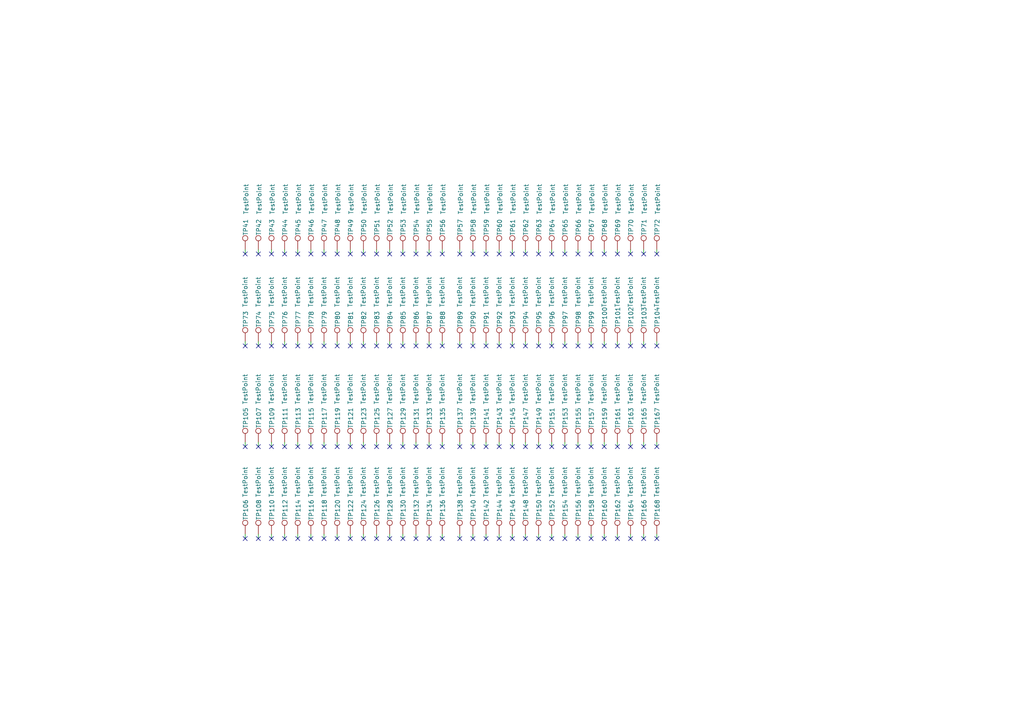
<source format=kicad_sch>
(kicad_sch (version 20250114) (generator "eeschema") (generator_version "9.0")
  (paper "A4")
  (lib_symbols
    (symbol "Connector:TestPoint" (pin_numbers (hide yes)) (pin_names (offset 0.762) (hide yes))
      (property "Reference" "TP" (at 0 6.858 0))
      (property "Value" "TestPoint" (at 0 5.08 0))
      (symbol "TestPoint_0_1"
        (circle (center 0 3.302) (radius 0.762))
      )
      (symbol "TestPoint_1_1"
        (pin passive line (at 0 0 90) (length 2.54) (name "1") (number "1"))
      )
    )
  )
  (no_connect (at 182.88 73.66))
  (no_connect (at 156.21 73.66))
  (no_connect (at 113.03 73.66))
  (no_connect (at 109.22 156.21))
  (no_connect (at 74.93 100.33))
  (no_connect (at 82.55 73.66))
  (no_connect (at 97.79 156.21))
  (no_connect (at 74.93 73.66))
  (no_connect (at 101.6 156.21))
  (no_connect (at 160.02 156.21))
  (no_connect (at 144.78 129.54))
  (no_connect (at 182.88 129.54))
  (no_connect (at 171.45 156.21))
  (no_connect (at 152.4 156.21))
  (no_connect (at 179.07 156.21))
  (no_connect (at 186.69 73.66))
  (no_connect (at 179.07 73.66))
  (no_connect (at 182.88 156.21))
  (no_connect (at 128.27 129.54))
  (no_connect (at 128.27 156.21))
  (no_connect (at 160.02 129.54))
  (no_connect (at 163.83 129.54))
  (no_connect (at 116.84 156.21))
  (no_connect (at 140.97 73.66))
  (no_connect (at 116.84 100.33))
  (no_connect (at 101.6 100.33))
  (no_connect (at 152.4 129.54))
  (no_connect (at 116.84 73.66))
  (no_connect (at 133.35 73.66))
  (no_connect (at 109.22 129.54))
  (no_connect (at 78.74 156.21))
  (no_connect (at 156.21 100.33))
  (no_connect (at 163.83 100.33))
  (no_connect (at 133.35 156.21))
  (no_connect (at 86.36 100.33))
  (no_connect (at 128.27 73.66))
  (no_connect (at 109.22 100.33))
  (no_connect (at 190.5 129.54))
  (no_connect (at 190.5 100.33))
  (no_connect (at 167.64 156.21))
  (no_connect (at 71.12 100.33))
  (no_connect (at 152.4 73.66))
  (no_connect (at 113.03 156.21))
  (no_connect (at 113.03 129.54))
  (no_connect (at 124.46 73.66))
  (no_connect (at 97.79 73.66))
  (no_connect (at 90.17 129.54))
  (no_connect (at 82.55 156.21))
  (no_connect (at 82.55 129.54))
  (no_connect (at 93.98 100.33))
  (no_connect (at 93.98 129.54))
  (no_connect (at 137.16 100.33))
  (no_connect (at 171.45 100.33))
  (no_connect (at 160.02 100.33))
  (no_connect (at 120.65 73.66))
  (no_connect (at 124.46 129.54))
  (no_connect (at 120.65 156.21))
  (no_connect (at 93.98 156.21))
  (no_connect (at 167.64 100.33))
  (no_connect (at 182.88 100.33))
  (no_connect (at 90.17 156.21))
  (no_connect (at 109.22 73.66))
  (no_connect (at 190.5 73.66))
  (no_connect (at 160.02 73.66))
  (no_connect (at 175.26 73.66))
  (no_connect (at 78.74 129.54))
  (no_connect (at 137.16 129.54))
  (no_connect (at 140.97 129.54))
  (no_connect (at 179.07 100.33))
  (no_connect (at 144.78 156.21))
  (no_connect (at 186.69 129.54))
  (no_connect (at 171.45 129.54))
  (no_connect (at 116.84 129.54))
  (no_connect (at 86.36 129.54))
  (no_connect (at 144.78 73.66))
  (no_connect (at 148.59 73.66))
  (no_connect (at 140.97 156.21))
  (no_connect (at 124.46 100.33))
  (no_connect (at 140.97 100.33))
  (no_connect (at 156.21 129.54))
  (no_connect (at 105.41 129.54))
  (no_connect (at 90.17 100.33))
  (no_connect (at 74.93 129.54))
  (no_connect (at 120.65 129.54))
  (no_connect (at 71.12 73.66))
  (no_connect (at 124.46 156.21))
  (no_connect (at 190.5 156.21))
  (no_connect (at 137.16 73.66))
  (no_connect (at 179.07 129.54))
  (no_connect (at 78.74 100.33))
  (no_connect (at 120.65 100.33))
  (no_connect (at 133.35 100.33))
  (no_connect (at 113.03 100.33))
  (no_connect (at 90.17 73.66))
  (no_connect (at 137.16 156.21))
  (no_connect (at 105.41 100.33))
  (no_connect (at 101.6 129.54))
  (no_connect (at 105.41 73.66))
  (no_connect (at 86.36 156.21))
  (no_connect (at 175.26 156.21))
  (no_connect (at 175.26 100.33))
  (no_connect (at 128.27 100.33))
  (no_connect (at 97.79 129.54))
  (no_connect (at 152.4 100.33))
  (no_connect (at 148.59 100.33))
  (no_connect (at 148.59 129.54))
  (no_connect (at 82.55 100.33))
  (no_connect (at 78.74 73.66))
  (no_connect (at 175.26 129.54))
  (no_connect (at 71.12 156.21))
  (no_connect (at 167.64 73.66))
  (no_connect (at 186.69 100.33))
  (no_connect (at 74.93 156.21))
  (no_connect (at 171.45 73.66))
  (no_connect (at 105.41 156.21))
  (no_connect (at 144.78 100.33))
  (no_connect (at 133.35 129.54))
  (no_connect (at 163.83 73.66))
  (no_connect (at 93.98 73.66))
  (no_connect (at 71.12 129.54))
  (no_connect (at 186.69 156.21))
  (no_connect (at 86.36 73.66))
  (no_connect (at 101.6 73.66))
  (no_connect (at 97.79 100.33))
  (no_connect (at 167.64 129.54))
  (no_connect (at 163.83 156.21))
  (no_connect (at 156.21 156.21))
  (no_connect (at 148.59 156.21))
  (wire (pts (xy 71.12 99.06) (xy 71.12 100.33)))
  (wire (pts (xy 116.84 128.27) (xy 116.84 129.54)))
  (wire (pts (xy 160.02 72.39) (xy 160.02 73.66)))
  (wire (pts (xy 101.6 154.94) (xy 101.6 156.21)))
  (wire (pts (xy 105.41 154.94) (xy 105.41 156.21)))
  (wire (pts (xy 113.03 128.27) (xy 113.03 129.54)))
  (wire (pts (xy 182.88 72.39) (xy 182.88 73.66)))
  (wire (pts (xy 71.12 154.94) (xy 71.12 156.21)))
  (wire (pts (xy 97.79 99.06) (xy 97.79 100.33)))
  (wire (pts (xy 74.93 128.27) (xy 74.93 129.54)))
  (wire (pts (xy 140.97 72.39) (xy 140.97 73.66)))
  (wire (pts (xy 120.65 154.94) (xy 120.65 156.21)))
  (wire (pts (xy 86.36 99.06) (xy 86.36 100.33)))
  (wire (pts (xy 116.84 99.06) (xy 116.84 100.33)))
  (wire (pts (xy 128.27 72.39) (xy 128.27 73.66)))
  (wire (pts (xy 179.07 154.94) (xy 179.07 156.21)))
  (wire (pts (xy 78.74 154.94) (xy 78.74 156.21)))
  (wire (pts (xy 160.02 128.27) (xy 160.02 129.54)))
  (wire (pts (xy 186.69 72.39) (xy 186.69 73.66)))
  (wire (pts (xy 90.17 72.39) (xy 90.17 73.66)))
  (wire (pts (xy 78.74 128.27) (xy 78.74 129.54)))
  (wire (pts (xy 90.17 128.27) (xy 90.17 129.54)))
  (wire (pts (xy 190.5 128.27) (xy 190.5 129.54)))
  (wire (pts (xy 128.27 128.27) (xy 128.27 129.54)))
  (wire (pts (xy 190.5 72.39) (xy 190.5 73.66)))
  (wire (pts (xy 82.55 99.06) (xy 82.55 100.33)))
  (wire (pts (xy 137.16 99.06) (xy 137.16 100.33)))
  (wire (pts (xy 124.46 72.39) (xy 124.46 73.66)))
  (wire (pts (xy 109.22 72.39) (xy 109.22 73.66)))
  (wire (pts (xy 163.83 128.27) (xy 163.83 129.54)))
  (wire (pts (xy 113.03 154.94) (xy 113.03 156.21)))
  (wire (pts (xy 186.69 154.94) (xy 186.69 156.21)))
  (wire (pts (xy 137.16 128.27) (xy 137.16 129.54)))
  (wire (pts (xy 148.59 72.39) (xy 148.59 73.66)))
  (wire (pts (xy 74.93 154.94) (xy 74.93 156.21)))
  (wire (pts (xy 140.97 128.27) (xy 140.97 129.54)))
  (wire (pts (xy 175.26 154.94) (xy 175.26 156.21)))
  (wire (pts (xy 71.12 72.39) (xy 71.12 73.66)))
  (wire (pts (xy 182.88 128.27) (xy 182.88 129.54)))
  (wire (pts (xy 86.36 72.39) (xy 86.36 73.66)))
  (wire (pts (xy 128.27 154.94) (xy 128.27 156.21)))
  (wire (pts (xy 140.97 99.06) (xy 140.97 100.33)))
  (wire (pts (xy 78.74 72.39) (xy 78.74 73.66)))
  (wire (pts (xy 101.6 72.39) (xy 101.6 73.66)))
  (wire (pts (xy 105.41 128.27) (xy 105.41 129.54)))
  (wire (pts (xy 109.22 99.06) (xy 109.22 100.33)))
  (wire (pts (xy 186.69 99.06) (xy 186.69 100.33)))
  (wire (pts (xy 163.83 72.39) (xy 163.83 73.66)))
  (wire (pts (xy 133.35 99.06) (xy 133.35 100.33)))
  (wire (pts (xy 120.65 72.39) (xy 120.65 73.66)))
  (wire (pts (xy 116.84 154.94) (xy 116.84 156.21)))
  (wire (pts (xy 163.83 99.06) (xy 163.83 100.33)))
  (wire (pts (xy 120.65 128.27) (xy 120.65 129.54)))
  (wire (pts (xy 175.26 99.06) (xy 175.26 100.33)))
  (wire (pts (xy 133.35 128.27) (xy 133.35 129.54)))
  (wire (pts (xy 86.36 154.94) (xy 86.36 156.21)))
  (wire (pts (xy 144.78 128.27) (xy 144.78 129.54)))
  (wire (pts (xy 167.64 72.39) (xy 167.64 73.66)))
  (wire (pts (xy 133.35 72.39) (xy 133.35 73.66)))
  (wire (pts (xy 186.69 128.27) (xy 186.69 129.54)))
  (wire (pts (xy 137.16 154.94) (xy 137.16 156.21)))
  (wire (pts (xy 175.26 128.27) (xy 175.26 129.54)))
  (wire (pts (xy 148.59 99.06) (xy 148.59 100.33)))
  (wire (pts (xy 190.5 99.06) (xy 190.5 100.33)))
  (wire (pts (xy 124.46 99.06) (xy 124.46 100.33)))
  (wire (pts (xy 93.98 72.39) (xy 93.98 73.66)))
  (wire (pts (xy 167.64 128.27) (xy 167.64 129.54)))
  (wire (pts (xy 93.98 128.27) (xy 93.98 129.54)))
  (wire (pts (xy 97.79 154.94) (xy 97.79 156.21)))
  (wire (pts (xy 124.46 154.94) (xy 124.46 156.21)))
  (wire (pts (xy 101.6 128.27) (xy 101.6 129.54)))
  (wire (pts (xy 167.64 99.06) (xy 167.64 100.33)))
  (wire (pts (xy 144.78 99.06) (xy 144.78 100.33)))
  (wire (pts (xy 133.35 154.94) (xy 133.35 156.21)))
  (wire (pts (xy 116.84 72.39) (xy 116.84 73.66)))
  (wire (pts (xy 156.21 128.27) (xy 156.21 129.54)))
  (wire (pts (xy 171.45 154.94) (xy 171.45 156.21)))
  (wire (pts (xy 152.4 99.06) (xy 152.4 100.33)))
  (wire (pts (xy 152.4 154.94) (xy 152.4 156.21)))
  (wire (pts (xy 144.78 154.94) (xy 144.78 156.21)))
  (wire (pts (xy 90.17 154.94) (xy 90.17 156.21)))
  (wire (pts (xy 93.98 99.06) (xy 93.98 100.33)))
  (wire (pts (xy 148.59 128.27) (xy 148.59 129.54)))
  (wire (pts (xy 93.98 154.94) (xy 93.98 156.21)))
  (wire (pts (xy 113.03 72.39) (xy 113.03 73.66)))
  (wire (pts (xy 105.41 99.06) (xy 105.41 100.33)))
  (wire (pts (xy 137.16 72.39) (xy 137.16 73.66)))
  (wire (pts (xy 86.36 128.27) (xy 86.36 129.54)))
  (wire (pts (xy 160.02 99.06) (xy 160.02 100.33)))
  (wire (pts (xy 167.64 154.94) (xy 167.64 156.21)))
  (wire (pts (xy 82.55 154.94) (xy 82.55 156.21)))
  (wire (pts (xy 128.27 99.06) (xy 128.27 100.33)))
  (wire (pts (xy 171.45 128.27) (xy 171.45 129.54)))
  (wire (pts (xy 140.97 154.94) (xy 140.97 156.21)))
  (wire (pts (xy 120.65 99.06) (xy 120.65 100.33)))
  (wire (pts (xy 171.45 72.39) (xy 171.45 73.66)))
  (wire (pts (xy 156.21 154.94) (xy 156.21 156.21)))
  (wire (pts (xy 144.78 72.39) (xy 144.78 73.66)))
  (wire (pts (xy 97.79 128.27) (xy 97.79 129.54)))
  (wire (pts (xy 101.6 99.06) (xy 101.6 100.33)))
  (wire (pts (xy 160.02 154.94) (xy 160.02 156.21)))
  (wire (pts (xy 152.4 128.27) (xy 152.4 129.54)))
  (wire (pts (xy 124.46 128.27) (xy 124.46 129.54)))
  (wire (pts (xy 156.21 99.06) (xy 156.21 100.33)))
  (wire (pts (xy 113.03 99.06) (xy 113.03 100.33)))
  (wire (pts (xy 82.55 72.39) (xy 82.55 73.66)))
  (wire (pts (xy 175.26 72.39) (xy 175.26 73.66)))
  (wire (pts (xy 179.07 72.39) (xy 179.07 73.66)))
  (wire (pts (xy 148.59 154.94) (xy 148.59 156.21)))
  (wire (pts (xy 182.88 154.94) (xy 182.88 156.21)))
  (wire (pts (xy 156.21 72.39) (xy 156.21 73.66)))
  (wire (pts (xy 190.5 154.94) (xy 190.5 156.21)))
  (wire (pts (xy 71.12 128.27) (xy 71.12 129.54)))
  (wire (pts (xy 97.79 72.39) (xy 97.79 73.66)))
  (wire (pts (xy 74.93 99.06) (xy 74.93 100.33)))
  (wire (pts (xy 182.88 99.06) (xy 182.88 100.33)))
  (wire (pts (xy 179.07 128.27) (xy 179.07 129.54)))
  (wire (pts (xy 163.83 154.94) (xy 163.83 156.21)))
  (wire (pts (xy 171.45 99.06) (xy 171.45 100.33)))
  (wire (pts (xy 105.41 72.39) (xy 105.41 73.66)))
  (wire (pts (xy 78.74 99.06) (xy 78.74 100.33)))
  (wire (pts (xy 109.22 154.94) (xy 109.22 156.21)))
  (wire (pts (xy 152.4 72.39) (xy 152.4 73.66)))
  (wire (pts (xy 90.17 99.06) (xy 90.17 100.33)))
  (wire (pts (xy 82.55 128.27) (xy 82.55 129.54)))
  (wire (pts (xy 74.93 72.39) (xy 74.93 73.66)))
  (wire (pts (xy 109.22 128.27) (xy 109.22 129.54)))
  (wire (pts (xy 179.07 99.06) (xy 179.07 100.33)))
  (symbol (lib_id "Connector:TestPoint") (at 120.65 99.06 0) (unit 1)
    (property "Reference" "TP86" (at 120.7771 95.04 90) (effects (justify left)))
    (property "Value" "TestPoint" (at 120.65 89.154 90) (effects (justify left)))
    (property "Footprint" "TestPoint:TestPoint_Pad_1.0x1.0mm" (effects (hide yes)))
  )
  (symbol (lib_id "Connector:TestPoint") (at 144.78 128.27 0) (unit 1)
    (property "Reference" "TP143" (at 144.9071 124.25 90) (effects (justify left)))
    (property "Value" "TestPoint" (at 144.78 117.348 90) (effects (justify left)))
    (property "Footprint" "TestPoint:TestPoint_Pad_1.0x1.0mm" (effects (hide yes)))
  )
  (symbol (lib_id "Connector:TestPoint") (at 74.93 128.27 0) (unit 1)
    (property "Reference" "TP107" (at 75.0571 124.25 90) (effects (justify left)))
    (property "Value" "TestPoint" (at 74.93 117.348 90) (effects (justify left)))
    (property "Footprint" "TestPoint:TestPoint_Pad_1.0x1.0mm" (effects (hide yes)))
  )
  (symbol (lib_id "Connector:TestPoint") (at 82.55 72.39 0) (unit 1)
    (property "Reference" "TP44" (at 82.6771 68.37 90) (effects (justify left)))
    (property "Value" "TestPoint" (at 82.804 62.23 90) (effects (justify left)))
    (property "Footprint" "TestPoint:TestPoint_Pad_1.0x1.0mm" (effects (hide yes)))
  )
  (symbol (lib_id "Connector:TestPoint") (at 179.07 128.27 0) (unit 1)
    (property "Reference" "TP161" (at 179.1971 124.25 90) (effects (justify left)))
    (property "Value" "TestPoint" (at 179.07 117.348 90) (effects (justify left)))
    (property "Footprint" "TestPoint:TestPoint_Pad_1.0x1.0mm" (effects (hide yes)))
  )
  (symbol (lib_id "Connector:TestPoint") (at 182.88 128.27 0) (unit 1)
    (property "Reference" "TP163" (at 183.0071 124.25 90) (effects (justify left)))
    (property "Value" "TestPoint" (at 182.88 117.348 90) (effects (justify left)))
    (property "Footprint" "TestPoint:TestPoint_Pad_1.0x1.0mm" (effects (hide yes)))
  )
  (symbol (lib_id "Connector:TestPoint") (at 116.84 154.94 0) (unit 1)
    (property "Reference" "TP130" (at 116.9671 150.92 90) (effects (justify left)))
    (property "Value" "TestPoint" (at 116.84 144.272 90) (effects (justify left)))
    (property "Footprint" "TestPoint:TestPoint_Pad_1.0x1.0mm" (effects (hide yes)))
  )
  (symbol (lib_id "Connector:TestPoint") (at 160.02 128.27 0) (unit 1)
    (property "Reference" "TP151" (at 160.1471 124.25 90) (effects (justify left)))
    (property "Value" "TestPoint" (at 160.02 117.348 90) (effects (justify left)))
    (property "Footprint" "TestPoint:TestPoint_Pad_1.0x1.0mm" (effects (hide yes)))
  )
  (symbol (lib_id "Connector:TestPoint") (at 78.74 154.94 0) (unit 1)
    (property "Reference" "TP110" (at 78.8671 150.92 90) (effects (justify left)))
    (property "Value" "TestPoint" (at 78.74 144.272 90) (effects (justify left)))
    (property "Footprint" "TestPoint:TestPoint_Pad_1.0x1.0mm" (effects (hide yes)))
  )
  (symbol (lib_id "Connector:TestPoint") (at 124.46 99.06 0) (unit 1)
    (property "Reference" "TP87" (at 124.5871 95.04 90) (effects (justify left)))
    (property "Value" "TestPoint" (at 124.46 89.154 90) (effects (justify left)))
    (property "Footprint" "TestPoint:TestPoint_Pad_1.0x1.0mm" (effects (hide yes)))
  )
  (symbol (lib_id "Connector:TestPoint") (at 182.88 154.94 0) (unit 1)
    (property "Reference" "TP164" (at 183.0071 150.92 90) (effects (justify left)))
    (property "Value" "TestPoint" (at 182.88 144.272 90) (effects (justify left)))
    (property "Footprint" "TestPoint:TestPoint_Pad_1.0x1.0mm" (effects (hide yes)))
  )
  (symbol (lib_id "Connector:TestPoint") (at 82.55 99.06 0) (unit 1)
    (property "Reference" "TP76" (at 82.6771 95.04 90) (effects (justify left)))
    (property "Value" "TestPoint" (at 82.55 89.154 90) (effects (justify left)))
    (property "Footprint" "TestPoint:TestPoint_Pad_1.0x1.0mm" (effects (hide yes)))
  )
  (symbol (lib_id "Connector:TestPoint") (at 171.45 128.27 0) (unit 1)
    (property "Reference" "TP157" (at 171.5771 124.25 90) (effects (justify left)))
    (property "Value" "TestPoint" (at 171.45 117.348 90) (effects (justify left)))
    (property "Footprint" "TestPoint:TestPoint_Pad_1.0x1.0mm" (effects (hide yes)))
  )
  (symbol (lib_id "Connector:TestPoint") (at 175.26 99.06 0) (unit 1)
    (property "Reference" "TP100" (at 175.3871 95.04 90) (effects (justify left)))
    (property "Value" "TestPoint" (at 175.26 89.154 90) (effects (justify left)))
    (property "Footprint" "TestPoint:TestPoint_Pad_1.0x1.0mm" (effects (hide yes)))
  )
  (symbol (lib_id "Connector:TestPoint") (at 144.78 99.06 0) (unit 1)
    (property "Reference" "TP92" (at 144.9071 95.04 90) (effects (justify left)))
    (property "Value" "TestPoint" (at 144.78 89.154 90) (effects (justify left)))
    (property "Footprint" "TestPoint:TestPoint_Pad_1.0x1.0mm" (effects (hide yes)))
  )
  (symbol (lib_id "Connector:TestPoint") (at 90.17 99.06 0) (unit 1)
    (property "Reference" "TP78" (at 90.2971 95.04 90) (effects (justify left)))
    (property "Value" "TestPoint" (at 90.17 89.154 90) (effects (justify left)))
    (property "Footprint" "TestPoint:TestPoint_Pad_1.0x1.0mm" (effects (hide yes)))
  )
  (symbol (lib_id "Connector:TestPoint") (at 152.4 128.27 0) (unit 1)
    (property "Reference" "TP147" (at 152.5271 124.25 90) (effects (justify left)))
    (property "Value" "TestPoint" (at 152.4 117.348 90) (effects (justify left)))
    (property "Footprint" "TestPoint:TestPoint_Pad_1.0x1.0mm" (effects (hide yes)))
  )
  (symbol (lib_id "Connector:TestPoint") (at 128.27 154.94 0) (unit 1)
    (property "Reference" "TP136" (at 128.3971 150.92 90) (effects (justify left)))
    (property "Value" "TestPoint" (at 128.27 144.272 90) (effects (justify left)))
    (property "Footprint" "TestPoint:TestPoint_Pad_1.0x1.0mm" (effects (hide yes)))
  )
  (symbol (lib_id "Connector:TestPoint") (at 128.27 72.39 0) (unit 1)
    (property "Reference" "TP56" (at 128.3971 68.37 90) (effects (justify left)))
    (property "Value" "TestPoint" (at 128.524 62.23 90) (effects (justify left)))
    (property "Footprint" "TestPoint:TestPoint_Pad_1.0x1.0mm" (effects (hide yes)))
  )
  (symbol (lib_id "Connector:TestPoint") (at 152.4 154.94 0) (unit 1)
    (property "Reference" "TP148" (at 152.5271 150.92 90) (effects (justify left)))
    (property "Value" "TestPoint" (at 152.4 144.272 90) (effects (justify left)))
    (property "Footprint" "TestPoint:TestPoint_Pad_1.0x1.0mm" (effects (hide yes)))
  )
  (symbol (lib_id "Connector:TestPoint") (at 133.35 99.06 0) (unit 1)
    (property "Reference" "TP89" (at 133.4771 95.04 90) (effects (justify left)))
    (property "Value" "TestPoint" (at 133.35 89.154 90) (effects (justify left)))
    (property "Footprint" "TestPoint:TestPoint_Pad_1.0x1.0mm" (effects (hide yes)))
  )
  (symbol (lib_id "Connector:TestPoint") (at 105.41 72.39 0) (unit 1)
    (property "Reference" "TP50" (at 105.5371 68.37 90) (effects (justify left)))
    (property "Value" "TestPoint" (at 105.664 62.23 90) (effects (justify left)))
    (property "Footprint" "TestPoint:TestPoint_Pad_1.0x1.0mm" (effects (hide yes)))
  )
  (symbol (lib_id "Connector:TestPoint") (at 140.97 99.06 0) (unit 1)
    (property "Reference" "TP91" (at 141.0971 95.04 90) (effects (justify left)))
    (property "Value" "TestPoint" (at 140.97 89.154 90) (effects (justify left)))
    (property "Footprint" "TestPoint:TestPoint_Pad_1.0x1.0mm" (effects (hide yes)))
  )
  (symbol (lib_id "Connector:TestPoint") (at 190.5 154.94 0) (unit 1)
    (property "Reference" "TP168" (at 190.6271 150.92 90) (effects (justify left)))
    (property "Value" "TestPoint" (at 190.5 144.272 90) (effects (justify left)))
    (property "Footprint" "TestPoint:TestPoint_Pad_1.0x1.0mm" (effects (hide yes)))
  )
  (symbol (lib_id "Connector:TestPoint") (at 137.16 128.27 0) (unit 1)
    (property "Reference" "TP139" (at 137.2871 124.25 90) (effects (justify left)))
    (property "Value" "TestPoint" (at 137.16 117.348 90) (effects (justify left)))
    (property "Footprint" "TestPoint:TestPoint_Pad_1.0x1.0mm" (effects (hide yes)))
  )
  (symbol (lib_id "Connector:TestPoint") (at 109.22 128.27 0) (unit 1)
    (property "Reference" "TP125" (at 109.3471 124.25 90) (effects (justify left)))
    (property "Value" "TestPoint" (at 109.22 117.348 90) (effects (justify left)))
    (property "Footprint" "TestPoint:TestPoint_Pad_1.0x1.0mm" (effects (hide yes)))
  )
  (symbol (lib_id "Connector:TestPoint") (at 120.65 154.94 0) (unit 1)
    (property "Reference" "TP132" (at 120.7771 150.92 90) (effects (justify left)))
    (property "Value" "TestPoint" (at 120.65 144.272 90) (effects (justify left)))
    (property "Footprint" "TestPoint:TestPoint_Pad_1.0x1.0mm" (effects (hide yes)))
  )
  (symbol (lib_id "Connector:TestPoint") (at 190.5 72.39 0) (unit 1)
    (property "Reference" "TP72" (at 190.6271 68.37 90) (effects (justify left)))
    (property "Value" "TestPoint" (at 190.754 62.23 90) (effects (justify left)))
    (property "Footprint" "TestPoint:TestPoint_Pad_1.0x1.0mm" (effects (hide yes)))
  )
  (symbol (lib_id "Connector:TestPoint") (at 86.36 72.39 0) (unit 1)
    (property "Reference" "TP45" (at 86.4871 68.37 90) (effects (justify left)))
    (property "Value" "TestPoint" (at 86.614 62.23 90) (effects (justify left)))
    (property "Footprint" "TestPoint:TestPoint_Pad_1.0x1.0mm" (effects (hide yes)))
  )
  (symbol (lib_id "Connector:TestPoint") (at 113.03 99.06 0) (unit 1)
    (property "Reference" "TP84" (at 113.1571 95.04 90) (effects (justify left)))
    (property "Value" "TestPoint" (at 113.03 89.154 90) (effects (justify left)))
    (property "Footprint" "TestPoint:TestPoint_Pad_1.0x1.0mm" (effects (hide yes)))
  )
  (symbol (lib_id "Connector:TestPoint") (at 101.6 99.06 0) (unit 1)
    (property "Reference" "TP81" (at 101.7271 95.04 90) (effects (justify left)))
    (property "Value" "TestPoint" (at 101.6 89.154 90) (effects (justify left)))
    (property "Footprint" "TestPoint:TestPoint_Pad_1.0x1.0mm" (effects (hide yes)))
  )
  (symbol (lib_id "Connector:TestPoint") (at 120.65 128.27 0) (unit 1)
    (property "Reference" "TP131" (at 120.7771 124.25 90) (effects (justify left)))
    (property "Value" "TestPoint" (at 120.65 117.348 90) (effects (justify left)))
    (property "Footprint" "TestPoint:TestPoint_Pad_1.0x1.0mm" (effects (hide yes)))
  )
  (symbol (lib_id "Connector:TestPoint") (at 116.84 72.39 0) (unit 1)
    (property "Reference" "TP53" (at 116.9671 68.37 90) (effects (justify left)))
    (property "Value" "TestPoint" (at 117.094 62.23 90) (effects (justify left)))
    (property "Footprint" "TestPoint:TestPoint_Pad_1.0x1.0mm" (effects (hide yes)))
  )
  (symbol (lib_id "Connector:TestPoint") (at 148.59 154.94 0) (unit 1)
    (property "Reference" "TP146" (at 148.7171 150.92 90) (effects (justify left)))
    (property "Value" "TestPoint" (at 148.59 144.272 90) (effects (justify left)))
    (property "Footprint" "TestPoint:TestPoint_Pad_1.0x1.0mm" (effects (hide yes)))
  )
  (symbol (lib_id "Connector:TestPoint") (at 109.22 99.06 0) (unit 1)
    (property "Reference" "TP83" (at 109.3471 95.04 90) (effects (justify left)))
    (property "Value" "TestPoint" (at 109.22 89.154 90) (effects (justify left)))
    (property "Footprint" "TestPoint:TestPoint_Pad_1.0x1.0mm" (effects (hide yes)))
  )
  (symbol (lib_id "Connector:TestPoint") (at 163.83 154.94 0) (unit 1)
    (property "Reference" "TP154" (at 163.9571 150.92 90) (effects (justify left)))
    (property "Value" "TestPoint" (at 163.83 144.272 90) (effects (justify left)))
    (property "Footprint" "TestPoint:TestPoint_Pad_1.0x1.0mm" (effects (hide yes)))
  )
  (symbol (lib_id "Connector:TestPoint") (at 101.6 154.94 0) (unit 1)
    (property "Reference" "TP122" (at 101.7271 150.92 90) (effects (justify left)))
    (property "Value" "TestPoint" (at 101.6 144.272 90) (effects (justify left)))
    (property "Footprint" "TestPoint:TestPoint_Pad_1.0x1.0mm" (effects (hide yes)))
  )
  (symbol (lib_id "Connector:TestPoint") (at 71.12 72.39 0) (unit 1)
    (property "Reference" "TP41" (at 71.2471 68.37 90) (effects (justify left)))
    (property "Value" "TestPoint" (at 71.374 62.23 90) (effects (justify left)))
    (property "Footprint" "TestPoint:TestPoint_Pad_1.0x1.0mm" (effects (hide yes)))
  )
  (symbol (lib_id "Connector:TestPoint") (at 171.45 99.06 0) (unit 1)
    (property "Reference" "TP99" (at 171.5771 95.04 90) (effects (justify left)))
    (property "Value" "TestPoint" (at 171.45 89.154 90) (effects (justify left)))
    (property "Footprint" "TestPoint:TestPoint_Pad_1.0x1.0mm" (effects (hide yes)))
  )
  (symbol (lib_id "Connector:TestPoint") (at 144.78 154.94 0) (unit 1)
    (property "Reference" "TP144" (at 144.9071 150.92 90) (effects (justify left)))
    (property "Value" "TestPoint" (at 144.78 144.272 90) (effects (justify left)))
    (property "Footprint" "TestPoint:TestPoint_Pad_1.0x1.0mm" (effects (hide yes)))
  )
  (symbol (lib_id "Connector:TestPoint") (at 97.79 99.06 0) (unit 1)
    (property "Reference" "TP80" (at 97.9171 95.04 90) (effects (justify left)))
    (property "Value" "TestPoint" (at 97.79 89.154 90) (effects (justify left)))
    (property "Footprint" "TestPoint:TestPoint_Pad_1.0x1.0mm" (effects (hide yes)))
  )
  (symbol (lib_id "Connector:TestPoint") (at 156.21 72.39 0) (unit 1)
    (property "Reference" "TP63" (at 156.3371 68.37 90) (effects (justify left)))
    (property "Value" "TestPoint" (at 156.464 62.23 90) (effects (justify left)))
    (property "Footprint" "TestPoint:TestPoint_Pad_1.0x1.0mm" (effects (hide yes)))
  )
  (symbol (lib_id "Connector:TestPoint") (at 105.41 154.94 0) (unit 1)
    (property "Reference" "TP124" (at 105.5371 150.92 90) (effects (justify left)))
    (property "Value" "TestPoint" (at 105.41 144.272 90) (effects (justify left)))
    (property "Footprint" "TestPoint:TestPoint_Pad_1.0x1.0mm" (effects (hide yes)))
  )
  (symbol (lib_id "Connector:TestPoint") (at 175.26 154.94 0) (unit 1)
    (property "Reference" "TP160" (at 175.3871 150.92 90) (effects (justify left)))
    (property "Value" "TestPoint" (at 175.26 144.272 90) (effects (justify left)))
    (property "Footprint" "TestPoint:TestPoint_Pad_1.0x1.0mm" (effects (hide yes)))
  )
  (symbol (lib_id "Connector:TestPoint") (at 101.6 72.39 0) (unit 1)
    (property "Reference" "TP49" (at 101.7271 68.37 90) (effects (justify left)))
    (property "Value" "TestPoint" (at 101.854 62.23 90) (effects (justify left)))
    (property "Footprint" "TestPoint:TestPoint_Pad_1.0x1.0mm" (effects (hide yes)))
  )
  (symbol (lib_id "Connector:TestPoint") (at 90.17 72.39 0) (unit 1)
    (property "Reference" "TP46" (at 90.2971 68.37 90) (effects (justify left)))
    (property "Value" "TestPoint" (at 90.424 62.23 90) (effects (justify left)))
    (property "Footprint" "TestPoint:TestPoint_Pad_1.0x1.0mm" (effects (hide yes)))
  )
  (symbol (lib_id "Connector:TestPoint") (at 171.45 72.39 0) (unit 1)
    (property "Reference" "TP67" (at 171.5771 68.37 90) (effects (justify left)))
    (property "Value" "TestPoint" (at 171.704 62.23 90) (effects (justify left)))
    (property "Footprint" "TestPoint:TestPoint_Pad_1.0x1.0mm" (effects (hide yes)))
  )
  (symbol (lib_id "Connector:TestPoint") (at 128.27 99.06 0) (unit 1)
    (property "Reference" "TP88" (at 128.3971 95.04 90) (effects (justify left)))
    (property "Value" "TestPoint" (at 128.27 89.154 90) (effects (justify left)))
    (property "Footprint" "TestPoint:TestPoint_Pad_1.0x1.0mm" (effects (hide yes)))
  )
  (symbol (lib_id "Connector:TestPoint") (at 93.98 154.94 0) (unit 1)
    (property "Reference" "TP118" (at 94.1071 150.92 90) (effects (justify left)))
    (property "Value" "TestPoint" (at 93.98 144.272 90) (effects (justify left)))
    (property "Footprint" "TestPoint:TestPoint_Pad_1.0x1.0mm" (effects (hide yes)))
  )
  (symbol (lib_id "Connector:TestPoint") (at 86.36 128.27 0) (unit 1)
    (property "Reference" "TP113" (at 86.4871 124.25 90) (effects (justify left)))
    (property "Value" "TestPoint" (at 86.36 117.348 90) (effects (justify left)))
    (property "Footprint" "TestPoint:TestPoint_Pad_1.0x1.0mm" (effects (hide yes)))
  )
  (symbol (lib_id "Connector:TestPoint") (at 160.02 72.39 0) (unit 1)
    (property "Reference" "TP64" (at 160.1471 68.37 90) (effects (justify left)))
    (property "Value" "TestPoint" (at 160.274 62.23 90) (effects (justify left)))
    (property "Footprint" "TestPoint:TestPoint_Pad_1.0x1.0mm" (effects (hide yes)))
  )
  (symbol (lib_id "Connector:TestPoint") (at 124.46 154.94 0) (unit 1)
    (property "Reference" "TP134" (at 124.5871 150.92 90) (effects (justify left)))
    (property "Value" "TestPoint" (at 124.46 144.272 90) (effects (justify left)))
    (property "Footprint" "TestPoint:TestPoint_Pad_1.0x1.0mm" (effects (hide yes)))
  )
  (symbol (lib_id "Connector:TestPoint") (at 160.02 154.94 0) (unit 1)
    (property "Reference" "TP152" (at 160.1471 150.92 90) (effects (justify left)))
    (property "Value" "TestPoint" (at 160.02 144.272 90) (effects (justify left)))
    (property "Footprint" "TestPoint:TestPoint_Pad_1.0x1.0mm" (effects (hide yes)))
  )
  (symbol (lib_id "Connector:TestPoint") (at 109.22 72.39 0) (unit 1)
    (property "Reference" "TP51" (at 109.3471 68.37 90) (effects (justify left)))
    (property "Value" "TestPoint" (at 109.474 62.23 90) (effects (justify left)))
    (property "Footprint" "TestPoint:TestPoint_Pad_1.0x1.0mm" (effects (hide yes)))
  )
  (symbol (lib_id "Connector:TestPoint") (at 74.93 154.94 0) (unit 1)
    (property "Reference" "TP108" (at 75.0571 150.92 90) (effects (justify left)))
    (property "Value" "TestPoint" (at 74.93 144.272 90) (effects (justify left)))
    (property "Footprint" "TestPoint:TestPoint_Pad_1.0x1.0mm" (effects (hide yes)))
  )
  (symbol (lib_id "Connector:TestPoint") (at 93.98 128.27 0) (unit 1)
    (property "Reference" "TP117" (at 94.1071 124.25 90) (effects (justify left)))
    (property "Value" "TestPoint" (at 93.98 117.348 90) (effects (justify left)))
    (property "Footprint" "TestPoint:TestPoint_Pad_1.0x1.0mm" (effects (hide yes)))
  )
  (symbol (lib_id "Connector:TestPoint") (at 78.74 99.06 0) (unit 1)
    (property "Reference" "TP75" (at 78.8671 95.04 90) (effects (justify left)))
    (property "Value" "TestPoint" (at 78.74 89.154 90) (effects (justify left)))
    (property "Footprint" "TestPoint:TestPoint_Pad_1.0x1.0mm" (effects (hide yes)))
  )
  (symbol (lib_id "Connector:TestPoint") (at 144.78 72.39 0) (unit 1)
    (property "Reference" "TP60" (at 144.9071 68.37 90) (effects (justify left)))
    (property "Value" "TestPoint" (at 145.034 62.23 90) (effects (justify left)))
    (property "Footprint" "TestPoint:TestPoint_Pad_1.0x1.0mm" (effects (hide yes)))
  )
  (symbol (lib_id "Connector:TestPoint") (at 74.93 72.39 0) (unit 1)
    (property "Reference" "TP42" (at 75.0571 68.37 90) (effects (justify left)))
    (property "Value" "TestPoint" (at 75.184 62.23 90) (effects (justify left)))
    (property "Footprint" "TestPoint:TestPoint_Pad_1.0x1.0mm" (effects (hide yes)))
  )
  (symbol (lib_id "Connector:TestPoint") (at 113.03 72.39 0) (unit 1)
    (property "Reference" "TP52" (at 113.1571 68.37 90) (effects (justify left)))
    (property "Value" "TestPoint" (at 113.284 62.23 90) (effects (justify left)))
    (property "Footprint" "TestPoint:TestPoint_Pad_1.0x1.0mm" (effects (hide yes)))
  )
  (symbol (lib_id "Connector:TestPoint") (at 163.83 128.27 0) (unit 1)
    (property "Reference" "TP153" (at 163.9571 124.25 90) (effects (justify left)))
    (property "Value" "TestPoint" (at 163.83 117.348 90) (effects (justify left)))
    (property "Footprint" "TestPoint:TestPoint_Pad_1.0x1.0mm" (effects (hide yes)))
  )
  (symbol (lib_id "Connector:TestPoint") (at 97.79 128.27 0) (unit 1)
    (property "Reference" "TP119" (at 97.9171 124.25 90) (effects (justify left)))
    (property "Value" "TestPoint" (at 97.79 117.348 90) (effects (justify left)))
    (property "Footprint" "TestPoint:TestPoint_Pad_1.0x1.0mm" (effects (hide yes)))
  )
  (symbol (lib_id "Connector:TestPoint") (at 140.97 128.27 0) (unit 1)
    (property "Reference" "TP141" (at 141.0971 124.25 90) (effects (justify left)))
    (property "Value" "TestPoint" (at 140.97 117.348 90) (effects (justify left)))
    (property "Footprint" "TestPoint:TestPoint_Pad_1.0x1.0mm" (effects (hide yes)))
  )
  (symbol (lib_id "Connector:TestPoint") (at 124.46 128.27 0) (unit 1)
    (property "Reference" "TP133" (at 124.5871 124.25 90) (effects (justify left)))
    (property "Value" "TestPoint" (at 124.46 117.348 90) (effects (justify left)))
    (property "Footprint" "TestPoint:TestPoint_Pad_1.0x1.0mm" (effects (hide yes)))
  )
  (symbol (lib_id "Connector:TestPoint") (at 124.46 72.39 0) (unit 1)
    (property "Reference" "TP55" (at 124.5871 68.37 90) (effects (justify left)))
    (property "Value" "TestPoint" (at 124.714 62.23 90) (effects (justify left)))
    (property "Footprint" "TestPoint:TestPoint_Pad_1.0x1.0mm" (effects (hide yes)))
  )
  (symbol (lib_id "Connector:TestPoint") (at 116.84 99.06 0) (unit 1)
    (property "Reference" "TP85" (at 116.9671 95.04 90) (effects (justify left)))
    (property "Value" "TestPoint" (at 116.84 89.154 90) (effects (justify left)))
    (property "Footprint" "TestPoint:TestPoint_Pad_1.0x1.0mm" (effects (hide yes)))
  )
  (symbol (lib_id "Connector:TestPoint") (at 163.83 72.39 0) (unit 1)
    (property "Reference" "TP65" (at 163.9571 68.37 90) (effects (justify left)))
    (property "Value" "TestPoint" (at 164.084 62.23 90) (effects (justify left)))
    (property "Footprint" "TestPoint:TestPoint_Pad_1.0x1.0mm" (effects (hide yes)))
  )
  (symbol (lib_id "Connector:TestPoint") (at 137.16 99.06 0) (unit 1)
    (property "Reference" "TP90" (at 137.2871 95.04 90) (effects (justify left)))
    (property "Value" "TestPoint" (at 137.16 89.154 90) (effects (justify left)))
    (property "Footprint" "TestPoint:TestPoint_Pad_1.0x1.0mm" (effects (hide yes)))
  )
  (symbol (lib_id "Connector:TestPoint") (at 148.59 72.39 0) (unit 1)
    (property "Reference" "TP61" (at 148.7171 68.37 90) (effects (justify left)))
    (property "Value" "TestPoint" (at 148.844 62.23 90) (effects (justify left)))
    (property "Footprint" "TestPoint:TestPoint_Pad_1.0x1.0mm" (effects (hide yes)))
  )
  (symbol (lib_id "Connector:TestPoint") (at 105.41 99.06 0) (unit 1)
    (property "Reference" "TP82" (at 105.5371 95.04 90) (effects (justify left)))
    (property "Value" "TestPoint" (at 105.41 89.154 90) (effects (justify left)))
    (property "Footprint" "TestPoint:TestPoint_Pad_1.0x1.0mm" (effects (hide yes)))
  )
  (symbol (lib_id "Connector:TestPoint") (at 163.83 99.06 0) (unit 1)
    (property "Reference" "TP97" (at 163.9571 95.04 90) (effects (justify left)))
    (property "Value" "TestPoint" (at 163.83 89.154 90) (effects (justify left)))
    (property "Footprint" "TestPoint:TestPoint_Pad_1.0x1.0mm" (effects (hide yes)))
  )
  (symbol (lib_id "Connector:TestPoint") (at 93.98 99.06 0) (unit 1)
    (property "Reference" "TP79" (at 94.1071 95.04 90) (effects (justify left)))
    (property "Value" "TestPoint" (at 93.98 89.154 90) (effects (justify left)))
    (property "Footprint" "TestPoint:TestPoint_Pad_1.0x1.0mm" (effects (hide yes)))
  )
  (symbol (lib_id "Connector:TestPoint") (at 167.64 99.06 0) (unit 1)
    (property "Reference" "TP98" (at 167.7671 95.04 90) (effects (justify left)))
    (property "Value" "TestPoint" (at 167.64 89.154 90) (effects (justify left)))
    (property "Footprint" "TestPoint:TestPoint_Pad_1.0x1.0mm" (effects (hide yes)))
  )
  (symbol (lib_id "Connector:TestPoint") (at 167.64 154.94 0) (unit 1)
    (property "Reference" "TP156" (at 167.7671 150.92 90) (effects (justify left)))
    (property "Value" "TestPoint" (at 167.64 144.272 90) (effects (justify left)))
    (property "Footprint" "TestPoint:TestPoint_Pad_1.0x1.0mm" (effects (hide yes)))
  )
  (symbol (lib_id "Connector:TestPoint") (at 182.88 72.39 0) (unit 1)
    (property "Reference" "TP70" (at 183.0071 68.37 90) (effects (justify left)))
    (property "Value" "TestPoint" (at 183.134 62.23 90) (effects (justify left)))
    (property "Footprint" "TestPoint:TestPoint_Pad_1.0x1.0mm" (effects (hide yes)))
  )
  (symbol (lib_id "Connector:TestPoint") (at 152.4 72.39 0) (unit 1)
    (property "Reference" "TP62" (at 152.5271 68.37 90) (effects (justify left)))
    (property "Value" "TestPoint" (at 152.654 62.23 90) (effects (justify left)))
    (property "Footprint" "TestPoint:TestPoint_Pad_1.0x1.0mm" (effects (hide yes)))
  )
  (symbol (lib_id "Connector:TestPoint") (at 71.12 99.06 0) (unit 1)
    (property "Reference" "TP73" (at 71.2471 95.04 90) (effects (justify left)))
    (property "Value" "TestPoint" (at 71.12 89.154 90) (effects (justify left)))
    (property "Footprint" "TestPoint:TestPoint_Pad_1.0x1.0mm" (effects (hide yes)))
  )
  (symbol (lib_id "Connector:TestPoint") (at 82.55 154.94 0) (unit 1)
    (property "Reference" "TP112" (at 82.6771 150.92 90) (effects (justify left)))
    (property "Value" "TestPoint" (at 82.55 144.272 90) (effects (justify left)))
    (property "Footprint" "TestPoint:TestPoint_Pad_1.0x1.0mm" (effects (hide yes)))
  )
  (symbol (lib_id "Connector:TestPoint") (at 74.93 99.06 0) (unit 1)
    (property "Reference" "TP74" (at 75.0571 95.04 90) (effects (justify left)))
    (property "Value" "TestPoint" (at 74.93 89.154 90) (effects (justify left)))
    (property "Footprint" "TestPoint:TestPoint_Pad_1.0x1.0mm" (effects (hide yes)))
  )
  (symbol (lib_id "Connector:TestPoint") (at 71.12 154.94 0) (unit 1)
    (property "Reference" "TP106" (at 71.2471 150.92 90) (effects (justify left)))
    (property "Value" "TestPoint" (at 71.12 144.272 90) (effects (justify left)))
    (property "Footprint" "TestPoint:TestPoint_Pad_1.0x1.0mm" (effects (hide yes)))
  )
  (symbol (lib_id "Connector:TestPoint") (at 86.36 154.94 0) (unit 1)
    (property "Reference" "TP114" (at 86.4871 150.92 90) (effects (justify left)))
    (property "Value" "TestPoint" (at 86.36 144.272 90) (effects (justify left)))
    (property "Footprint" "TestPoint:TestPoint_Pad_1.0x1.0mm" (effects (hide yes)))
  )
  (symbol (lib_id "Connector:TestPoint") (at 78.74 128.27 0) (unit 1)
    (property "Reference" "TP109" (at 78.8671 124.25 90) (effects (justify left)))
    (property "Value" "TestPoint" (at 78.74 117.348 90) (effects (justify left)))
    (property "Footprint" "TestPoint:TestPoint_Pad_1.0x1.0mm" (effects (hide yes)))
  )
  (symbol (lib_id "Connector:TestPoint") (at 101.6 128.27 0) (unit 1)
    (property "Reference" "TP121" (at 101.7271 124.25 90) (effects (justify left)))
    (property "Value" "TestPoint" (at 101.6 117.348 90) (effects (justify left)))
    (property "Footprint" "TestPoint:TestPoint_Pad_1.0x1.0mm" (effects (hide yes)))
  )
  (symbol (lib_id "Connector:TestPoint") (at 105.41 128.27 0) (unit 1)
    (property "Reference" "TP123" (at 105.5371 124.25 90) (effects (justify left)))
    (property "Value" "TestPoint" (at 105.41 117.348 90) (effects (justify left)))
    (property "Footprint" "TestPoint:TestPoint_Pad_1.0x1.0mm" (effects (hide yes)))
  )
  (symbol (lib_id "Connector:TestPoint") (at 179.07 154.94 0) (unit 1)
    (property "Reference" "TP162" (at 179.1971 150.92 90) (effects (justify left)))
    (property "Value" "TestPoint" (at 179.07 144.272 90) (effects (justify left)))
    (property "Footprint" "TestPoint:TestPoint_Pad_1.0x1.0mm" (effects (hide yes)))
  )
  (symbol (lib_id "Connector:TestPoint") (at 186.69 99.06 0) (unit 1)
    (property "Reference" "TP103" (at 186.8171 95.04 90) (effects (justify left)))
    (property "Value" "TestPoint" (at 186.69 89.154 90) (effects (justify left)))
    (property "Footprint" "TestPoint:TestPoint_Pad_1.0x1.0mm" (effects (hide yes)))
  )
  (symbol (lib_id "Connector:TestPoint") (at 86.36 99.06 0) (unit 1)
    (property "Reference" "TP77" (at 86.4871 95.04 90) (effects (justify left)))
    (property "Value" "TestPoint" (at 86.36 89.154 90) (effects (justify left)))
    (property "Footprint" "TestPoint:TestPoint_Pad_1.0x1.0mm" (effects (hide yes)))
  )
  (symbol (lib_id "Connector:TestPoint") (at 82.55 128.27 0) (unit 1)
    (property "Reference" "TP111" (at 82.6771 124.25 90) (effects (justify left)))
    (property "Value" "TestPoint" (at 82.55 117.348 90) (effects (justify left)))
    (property "Footprint" "TestPoint:TestPoint_Pad_1.0x1.0mm" (effects (hide yes)))
  )
  (symbol (lib_id "Connector:TestPoint") (at 133.35 128.27 0) (unit 1)
    (property "Reference" "TP137" (at 133.4771 124.25 90) (effects (justify left)))
    (property "Value" "TestPoint" (at 133.35 117.348 90) (effects (justify left)))
    (property "Footprint" "TestPoint:TestPoint_Pad_1.0x1.0mm" (effects (hide yes)))
  )
  (symbol (lib_id "Connector:TestPoint") (at 116.84 128.27 0) (unit 1)
    (property "Reference" "TP129" (at 116.9671 124.25 90) (effects (justify left)))
    (property "Value" "TestPoint" (at 116.84 117.348 90) (effects (justify left)))
    (property "Footprint" "TestPoint:TestPoint_Pad_1.0x1.0mm" (effects (hide yes)))
  )
  (symbol (lib_id "Connector:TestPoint") (at 148.59 128.27 0) (unit 1)
    (property "Reference" "TP145" (at 148.7171 124.25 90) (effects (justify left)))
    (property "Value" "TestPoint" (at 148.59 117.348 90) (effects (justify left)))
    (property "Footprint" "TestPoint:TestPoint_Pad_1.0x1.0mm" (effects (hide yes)))
  )
  (symbol (lib_id "Connector:TestPoint") (at 90.17 128.27 0) (unit 1)
    (property "Reference" "TP115" (at 90.2971 124.25 90) (effects (justify left)))
    (property "Value" "TestPoint" (at 90.17 117.348 90) (effects (justify left)))
    (property "Footprint" "TestPoint:TestPoint_Pad_1.0x1.0mm" (effects (hide yes)))
  )
  (symbol (lib_id "Connector:TestPoint") (at 137.16 72.39 0) (unit 1)
    (property "Reference" "TP58" (at 137.2871 68.37 90) (effects (justify left)))
    (property "Value" "TestPoint" (at 137.414 62.23 90) (effects (justify left)))
    (property "Footprint" "TestPoint:TestPoint_Pad_1.0x1.0mm" (effects (hide yes)))
  )
  (symbol (lib_id "Connector:TestPoint") (at 93.98 72.39 0) (unit 1)
    (property "Reference" "TP47" (at 94.1071 68.37 90) (effects (justify left)))
    (property "Value" "TestPoint" (at 94.234 62.23 90) (effects (justify left)))
    (property "Footprint" "TestPoint:TestPoint_Pad_1.0x1.0mm" (effects (hide yes)))
  )
  (symbol (lib_id "Connector:TestPoint") (at 156.21 99.06 0) (unit 1)
    (property "Reference" "TP95" (at 156.3371 95.04 90) (effects (justify left)))
    (property "Value" "TestPoint" (at 156.21 89.154 90) (effects (justify left)))
    (property "Footprint" "TestPoint:TestPoint_Pad_1.0x1.0mm" (effects (hide yes)))
  )
  (symbol (lib_id "Connector:TestPoint") (at 120.65 72.39 0) (unit 1)
    (property "Reference" "TP54" (at 120.7771 68.37 90) (effects (justify left)))
    (property "Value" "TestPoint" (at 120.904 62.23 90) (effects (justify left)))
    (property "Footprint" "TestPoint:TestPoint_Pad_1.0x1.0mm" (effects (hide yes)))
  )
  (symbol (lib_id "Connector:TestPoint") (at 156.21 128.27 0) (unit 1)
    (property "Reference" "TP149" (at 156.3371 124.25 90) (effects (justify left)))
    (property "Value" "TestPoint" (at 156.21 117.348 90) (effects (justify left)))
    (property "Footprint" "TestPoint:TestPoint_Pad_1.0x1.0mm" (effects (hide yes)))
  )
  (symbol (lib_id "Connector:TestPoint") (at 156.21 154.94 0) (unit 1)
    (property "Reference" "TP150" (at 156.3371 150.92 90) (effects (justify left)))
    (property "Value" "TestPoint" (at 156.21 144.272 90) (effects (justify left)))
    (property "Footprint" "TestPoint:TestPoint_Pad_1.0x1.0mm" (effects (hide yes)))
  )
  (symbol (lib_id "Connector:TestPoint") (at 186.69 154.94 0) (unit 1)
    (property "Reference" "TP166" (at 186.8171 150.92 90) (effects (justify left)))
    (property "Value" "TestPoint" (at 186.69 144.272 90) (effects (justify left)))
    (property "Footprint" "TestPoint:TestPoint_Pad_1.0x1.0mm" (effects (hide yes)))
  )
  (symbol (lib_id "Connector:TestPoint") (at 71.12 128.27 0) (unit 1)
    (property "Reference" "TP105" (at 71.2471 124.25 90) (effects (justify left)))
    (property "Value" "TestPoint" (at 71.12 117.348 90) (effects (justify left)))
    (property "Footprint" "TestPoint:TestPoint_Pad_1.0x1.0mm" (effects (hide yes)))
  )
  (symbol (lib_id "Connector:TestPoint") (at 97.79 154.94 0) (unit 1)
    (property "Reference" "TP120" (at 97.9171 150.92 90) (effects (justify left)))
    (property "Value" "TestPoint" (at 97.79 144.272 90) (effects (justify left)))
    (property "Footprint" "TestPoint:TestPoint_Pad_1.0x1.0mm" (effects (hide yes)))
  )
  (symbol (lib_id "Connector:TestPoint") (at 175.26 72.39 0) (unit 1)
    (property "Reference" "TP68" (at 175.3871 68.37 90) (effects (justify left)))
    (property "Value" "TestPoint" (at 175.514 62.23 90) (effects (justify left)))
    (property "Footprint" "TestPoint:TestPoint_Pad_1.0x1.0mm" (effects (hide yes)))
  )
  (symbol (lib_id "Connector:TestPoint") (at 171.45 154.94 0) (unit 1)
    (property "Reference" "TP158" (at 171.5771 150.92 90) (effects (justify left)))
    (property "Value" "TestPoint" (at 171.45 144.272 90) (effects (justify left)))
    (property "Footprint" "TestPoint:TestPoint_Pad_1.0x1.0mm" (effects (hide yes)))
  )
  (symbol (lib_id "Connector:TestPoint") (at 133.35 154.94 0) (unit 1)
    (property "Reference" "TP138" (at 133.4771 150.92 90) (effects (justify left)))
    (property "Value" "TestPoint" (at 133.35 144.272 90) (effects (justify left)))
    (property "Footprint" "TestPoint:TestPoint_Pad_1.0x1.0mm" (effects (hide yes)))
  )
  (symbol (lib_id "Connector:TestPoint") (at 167.64 72.39 0) (unit 1)
    (property "Reference" "TP66" (at 167.7671 68.37 90) (effects (justify left)))
    (property "Value" "TestPoint" (at 167.894 62.23 90) (effects (justify left)))
    (property "Footprint" "TestPoint:TestPoint_Pad_1.0x1.0mm" (effects (hide yes)))
  )
  (symbol (lib_id "Connector:TestPoint") (at 152.4 99.06 0) (unit 1)
    (property "Reference" "TP94" (at 152.5271 95.04 90) (effects (justify left)))
    (property "Value" "TestPoint" (at 152.4 89.154 90) (effects (justify left)))
    (property "Footprint" "TestPoint:TestPoint_Pad_1.0x1.0mm" (effects (hide yes)))
  )
  (symbol (lib_id "Connector:TestPoint") (at 190.5 99.06 0) (unit 1)
    (property "Reference" "TP104" (at 190.6271 95.04 90) (effects (justify left)))
    (property "Value" "TestPoint" (at 190.5 89.154 90) (effects (justify left)))
    (property "Footprint" "TestPoint:TestPoint_Pad_1.0x1.0mm" (effects (hide yes)))
  )
  (symbol (lib_id "Connector:TestPoint") (at 113.03 154.94 0) (unit 1)
    (property "Reference" "TP128" (at 113.1571 150.92 90) (effects (justify left)))
    (property "Value" "TestPoint" (at 113.03 144.272 90) (effects (justify left)))
    (property "Footprint" "TestPoint:TestPoint_Pad_1.0x1.0mm" (effects (hide yes)))
  )
  (symbol (lib_id "Connector:TestPoint") (at 133.35 72.39 0) (unit 1)
    (property "Reference" "TP57" (at 133.4771 68.37 90) (effects (justify left)))
    (property "Value" "TestPoint" (at 133.604 62.23 90) (effects (justify left)))
    (property "Footprint" "TestPoint:TestPoint_Pad_1.0x1.0mm" (effects (hide yes)))
  )
  (symbol (lib_id "Connector:TestPoint") (at 140.97 154.94 0) (unit 1)
    (property "Reference" "TP142" (at 141.0971 150.92 90) (effects (justify left)))
    (property "Value" "TestPoint" (at 140.97 144.272 90) (effects (justify left)))
    (property "Footprint" "TestPoint:TestPoint_Pad_1.0x1.0mm" (effects (hide yes)))
  )
  (symbol (lib_id "Connector:TestPoint") (at 160.02 99.06 0) (unit 1)
    (property "Reference" "TP96" (at 160.1471 95.04 90) (effects (justify left)))
    (property "Value" "TestPoint" (at 160.02 89.154 90) (effects (justify left)))
    (property "Footprint" "TestPoint:TestPoint_Pad_1.0x1.0mm" (effects (hide yes)))
  )
  (symbol (lib_id "Connector:TestPoint") (at 175.26 128.27 0) (unit 1)
    (property "Reference" "TP159" (at 175.3871 124.25 90) (effects (justify left)))
    (property "Value" "TestPoint" (at 175.26 117.348 90) (effects (justify left)))
    (property "Footprint" "TestPoint:TestPoint_Pad_1.0x1.0mm" (effects (hide yes)))
  )
  (symbol (lib_id "Connector:TestPoint") (at 186.69 72.39 0) (unit 1)
    (property "Reference" "TP71" (at 186.8171 68.37 90) (effects (justify left)))
    (property "Value" "TestPoint" (at 186.944 62.23 90) (effects (justify left)))
    (property "Footprint" "TestPoint:TestPoint_Pad_1.0x1.0mm" (effects (hide yes)))
  )
  (symbol (lib_id "Connector:TestPoint") (at 137.16 154.94 0) (unit 1)
    (property "Reference" "TP140" (at 137.2871 150.92 90) (effects (justify left)))
    (property "Value" "TestPoint" (at 137.16 144.272 90) (effects (justify left)))
    (property "Footprint" "TestPoint:TestPoint_Pad_1.0x1.0mm" (effects (hide yes)))
  )
  (symbol (lib_id "Connector:TestPoint") (at 113.03 128.27 0) (unit 1)
    (property "Reference" "TP127" (at 113.1571 124.25 90) (effects (justify left)))
    (property "Value" "TestPoint" (at 113.03 117.348 90) (effects (justify left)))
    (property "Footprint" "TestPoint:TestPoint_Pad_1.0x1.0mm" (effects (hide yes)))
  )
  (symbol (lib_id "Connector:TestPoint") (at 148.59 99.06 0) (unit 1)
    (property "Reference" "TP93" (at 148.7171 95.04 90) (effects (justify left)))
    (property "Value" "TestPoint" (at 148.59 89.154 90) (effects (justify left)))
    (property "Footprint" "TestPoint:TestPoint_Pad_1.0x1.0mm" (effects (hide yes)))
  )
  (symbol (lib_id "Connector:TestPoint") (at 190.5 128.27 0) (unit 1)
    (property "Reference" "TP167" (at 190.6271 124.25 90) (effects (justify left)))
    (property "Value" "TestPoint" (at 190.5 117.348 90) (effects (justify left)))
    (property "Footprint" "TestPoint:TestPoint_Pad_1.0x1.0mm" (effects (hide yes)))
  )
  (symbol (lib_id "Connector:TestPoint") (at 97.79 72.39 0) (unit 1)
    (property "Reference" "TP48" (at 97.9171 68.37 90) (effects (justify left)))
    (property "Value" "TestPoint" (at 98.044 62.23 90) (effects (justify left)))
    (property "Footprint" "TestPoint:TestPoint_Pad_1.0x1.0mm" (effects (hide yes)))
  )
  (symbol (lib_id "Connector:TestPoint") (at 179.07 99.06 0) (unit 1)
    (property "Reference" "TP101" (at 179.1971 95.04 90) (effects (justify left)))
    (property "Value" "TestPoint" (at 179.07 89.154 90) (effects (justify left)))
    (property "Footprint" "TestPoint:TestPoint_Pad_1.0x1.0mm" (effects (hide yes)))
  )
  (symbol (lib_id "Connector:TestPoint") (at 182.88 99.06 0) (unit 1)
    (property "Reference" "TP102" (at 183.0071 95.04 90) (effects (justify left)))
    (property "Value" "TestPoint" (at 182.88 89.154 90) (effects (justify left)))
    (property "Footprint" "TestPoint:TestPoint_Pad_1.0x1.0mm" (effects (hide yes)))
  )
  (symbol (lib_id "Connector:TestPoint") (at 109.22 154.94 0) (unit 1)
    (property "Reference" "TP126" (at 109.3471 150.92 90) (effects (justify left)))
    (property "Value" "TestPoint" (at 109.22 144.272 90) (effects (justify left)))
    (property "Footprint" "TestPoint:TestPoint_Pad_1.0x1.0mm" (effects (hide yes)))
  )
  (symbol (lib_id "Connector:TestPoint") (at 128.27 128.27 0) (unit 1)
    (property "Reference" "TP135" (at 128.3971 124.25 90) (effects (justify left)))
    (property "Value" "TestPoint" (at 128.27 117.348 90) (effects (justify left)))
    (property "Footprint" "TestPoint:TestPoint_Pad_1.0x1.0mm" (effects (hide yes)))
  )
  (symbol (lib_id "Connector:TestPoint") (at 167.64 128.27 0) (unit 1)
    (property "Reference" "TP155" (at 167.7671 124.25 90) (effects (justify left)))
    (property "Value" "TestPoint" (at 167.64 117.348 90) (effects (justify left)))
    (property "Footprint" "TestPoint:TestPoint_Pad_1.0x1.0mm" (effects (hide yes)))
  )
  (symbol (lib_id "Connector:TestPoint") (at 140.97 72.39 0) (unit 1)
    (property "Reference" "TP59" (at 141.0971 68.37 90) (effects (justify left)))
    (property "Value" "TestPoint" (at 141.224 62.23 90) (effects (justify left)))
    (property "Footprint" "TestPoint:TestPoint_Pad_1.0x1.0mm" (effects (hide yes)))
  )
  (symbol (lib_id "Connector:TestPoint") (at 78.74 72.39 0) (unit 1)
    (property "Reference" "TP43" (at 78.8671 68.37 90) (effects (justify left)))
    (property "Value" "TestPoint" (at 78.994 62.23 90) (effects (justify left)))
    (property "Footprint" "TestPoint:TestPoint_Pad_1.0x1.0mm" (effects (hide yes)))
  )
  (symbol (lib_id "Connector:TestPoint") (at 186.69 128.27 0) (unit 1)
    (property "Reference" "TP165" (at 186.8171 124.25 90) (effects (justify left)))
    (property "Value" "TestPoint" (at 186.69 117.348 90) (effects (justify left)))
    (property "Footprint" "TestPoint:TestPoint_Pad_1.0x1.0mm" (effects (hide yes)))
  )
  (symbol (lib_id "Connector:TestPoint") (at 179.07 72.39 0) (unit 1)
    (property "Reference" "TP69" (at 179.1971 68.37 90) (effects (justify left)))
    (property "Value" "TestPoint" (at 179.324 62.23 90) (effects (justify left)))
    (property "Footprint" "TestPoint:TestPoint_Pad_1.0x1.0mm" (effects (hide yes)))
  )
  (symbol (lib_id "Connector:TestPoint") (at 90.17 154.94 0) (unit 1)
    (property "Reference" "TP116" (at 90.2971 150.92 90) (effects (justify left)))
    (property "Value" "TestPoint" (at 90.17 144.272 90) (effects (justify left)))
    (property "Footprint" "TestPoint:TestPoint_Pad_1.0x1.0mm" (effects (hide yes)))
  )
)
</source>
